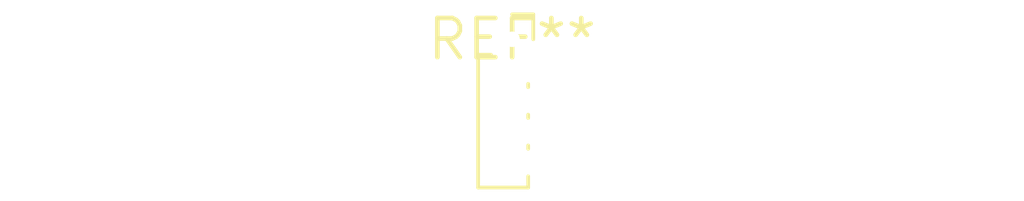
<source format=kicad_pcb>
(kicad_pcb (version 20240108) (generator pcbnew)
  (layers (0 "F.Cu" signal) (31 "B.Cu" signal) (34 "B.Paste" user) (35 "F.Paste" user) (36 "B.SilkS" user "B.Silkscreen") (37 "F.SilkS" user "F.Silkscreen") (38 "B.Mask" user) (39 "F.Mask" user) (44 "Edge.Cuts" user))
  (net 0 "")
  (footprint "PinSocket_1x05_P1.00mm_Vertical" (layer "F.Cu") (at 0 0)
    (property "Reference" "REF**")
    (property "Value" "PinSocket_1x05_P1.00mm_Vertical")
    (fp_line (start -1.1 0.5) (end -1.1 4.81) (layer "F.SilkS") (stroke (width 0.12)))
    (fp_line (start -1.1 0.5) (end -0.685 0.5) (layer "F.SilkS") (stroke (width 0.12)))
    (fp_line (start -1.1 4.81) (end 0.52 4.81) (layer "F.SilkS") (stroke (width 0.12)))
    (fp_line (start 0 -0.81) (end 0.685 -0.81) (layer "F.SilkS") (stroke (width 0.12)))
    (fp_line (start 0.52 1.445898) (end 0.52 1.554102) (layer "F.SilkS") (stroke (width 0.12)))
    (fp_line (start 0.52 2.445898) (end 0.52 2.554102) (layer "F.SilkS") (stroke (width 0.12)))
    (fp_line (start 0.52 3.445898) (end 0.52 3.554102) (layer "F.SilkS") (stroke (width 0.12)))
    (fp_line (start 0.52 4.445898) (end 0.52 4.81) (layer "F.SilkS") (stroke (width 0.12)))
    (fp_line (start 0.685 -0.81) (end 0.685 0) (layer "F.SilkS") (stroke (width 0.12)))
    (pad "1" thru_hole rect (at 0 0) (size 0.85 0.85) (drill 0.5) (layers *.Cu *.Mask) (remove_unused_layers))
    (pad "2" thru_hole oval (at 0 1) (size 0.85 0.85) (drill 0.5) (layers *.Cu *.Mask) (remove_unused_layers))
    (pad "3" thru_hole oval (at 0 2) (size 0.85 0.85) (drill 0.5) (layers *.Cu *.Mask) (remove_unused_layers))
    (pad "4" thru_hole oval (at 0 3) (size 0.85 0.85) (drill 0.5) (layers *.Cu *.Mask) (remove_unused_layers))
    (pad "5" thru_hole oval (at 0 4) (size 0.85 0.85) (drill 0.5) (layers *.Cu *.Mask) (remove_unused_layers))
  )
)
</source>
